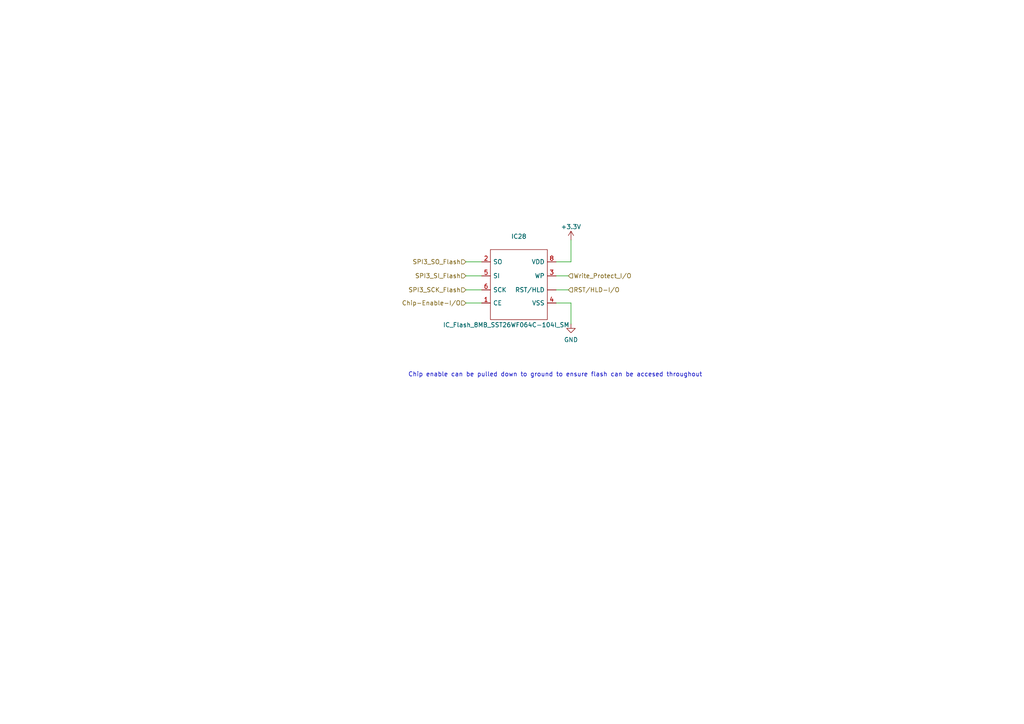
<source format=kicad_sch>
(kicad_sch (version 20230121) (generator eeschema)
  (paper "A4")
  (lib_symbols
    (symbol "Fermion_1:Flash_8MB_SST26WF064C-104I_SM" (pin_names (offset 0.762))
      (property "Reference" "IC" (at 12.954 4.318 0))
      (property "Value" "Flash_8MB_SST26WF064C-104I_SM" (at 7.874 -18.542 0))
      (symbol "Flash_8MB_SST26WF064C-104I_SM_0_1"
        (rectangle (start 13.208 3.556) (end 29.718 -16.764))
      )
      (symbol "Flash_8MB_SST26WF064C-104I_SM_1_1"
        (pin input line (at 32.258 -8.128 180) (length 2.54) (name "RST/HLD") (number ""))
        (pin input line (at 10.668 -11.938 0) (length 2.54) (name "CE") (number "1"))
        (pin input line (at 10.668 0 0) (length 2.54) (name "SO") (number "2"))
        (pin input line (at 32.258 -4.064 180) (length 2.54) (name "WP") (number "3"))
        (pin input line (at 32.258 -11.938 180) (length 2.54) (name "VSS") (number "4"))
        (pin input line (at 10.668 -4.064 0) (length 2.54) (name "SI") (number "5"))
        (pin input line (at 10.668 -8.128 0) (length 2.54) (name "SCK") (number "6"))
        (pin input line (at 32.258 0 180) (length 2.54) (name "VDD") (number "8"))
      )
    )
    (symbol "power:+3.3V" (power) (pin_names (offset 0))
      (property "Value" "+3.3V" (at 0 3.556 0))
      (symbol "+3.3V_0_1"
        (polyline (pts (xy -0.762 1.27) (xy 0 2.54)))
        (polyline (pts (xy 0 0) (xy 0 2.54)))
        (polyline (pts (xy 0 2.54) (xy 0.762 1.27)))
      )
      (symbol "+3.3V_1_1"
        (pin power_in line (at 0 0 90) (length 0) hide (name "+3.3V") (number "1"))
      )
    )
    (symbol "power:GND" (power) (pin_names (offset 0))
      (property "Value" "GND" (at 0 -3.81 0))
      (symbol "GND_0_1"
        (polyline (pts (xy 0 0) (xy 0 -1.27) (xy 1.27 -1.27) (xy 0 -2.54) (xy -1.27 -1.27) (xy 0 -1.27)))
      )
      (symbol "GND_1_1"
        (pin power_in line (at 0 0 270) (length 0) hide (name "GND") (number "1"))
      )
    )
  )
  (wire (pts (xy 161.29 84.074) (xy 164.846 84.074)))
  (wire (pts (xy 161.29 87.884) (xy 165.608 87.884)))
  (wire (pts (xy 135.128 75.946) (xy 139.7 75.946)))
  (wire (pts (xy 135.128 80.01) (xy 139.7 80.01)))
  (wire (pts (xy 165.608 75.946) (xy 161.29 75.946)))
  (wire (pts (xy 135.128 84.074) (xy 139.7 84.074)))
  (wire (pts (xy 135.128 87.884) (xy 139.7 87.884)))
  (wire (pts (xy 161.29 80.01) (xy 164.846 80.01)))
  (wire (pts (xy 165.608 69.596) (xy 165.608 75.946)))
  (wire (pts (xy 165.608 87.884) (xy 165.608 93.98)))
  (text "Chip enable can be pulled down to ground to ensure flash can be accesed throughout\n" (at 118.364 109.474 0) (effects (font (size 1.27 1.27)) (justify left bottom)))
  (hierarchical_label "SPI3_SCK_Flash" (shape input) (at 135.128 84.074 180))
  (hierarchical_label "Chip-Enable-I{slash}O" (shape input) (at 135.128 87.884 180))
  (hierarchical_label "RST{slash}HLD-I{slash}O" (shape input) (at 164.846 84.074 0))
  (hierarchical_label "SPI3_SI_Flash" (shape input) (at 135.128 80.01 180))
  (hierarchical_label "SPI3_SO_Flash" (shape input) (at 135.128 75.946 180))
  (hierarchical_label "Write_Protect_I{slash}O" (shape input) (at 164.846 80.01 0))
  (symbol (lib_id "power:GND") (at 165.608 93.98 0) (unit 1)
    (property "Reference" "#PWR019" (effects hide))
    (property "Value" "GND" (at 165.608 98.552 0))
  )
  (symbol (lib_id "power:+3.3V") (at 165.608 69.596 0) (unit 1)
    (property "Reference" "#PWR029" (effects hide))
    (property "Value" "+1.8V" (at 165.608 65.786 0))
    (instances (project "EMG_2" (path "" (reference "#PWR029") (unit 1)) (path "" (reference "#PWR030") (unit 1))))
  )
  (symbol (lib_id "Fermion_1:Flash_8MB_SST26WF064C-104I_SM") (at 129.032 75.946 0) (unit 1)
    (property "Reference" "IC28" (at 150.495 68.58 0))
    (property "Value" "IC_Flash_8MB_SST26WF064C-104I_SM" (at 146.812 94.234 0))
    (property "Footprint" "Fermion_1:Flash_SOIC127P794X203-8N" (effects hide))
    (property "Datasheet" "http://www.microchip.com/mymicrochip/filehandler.aspx?ddocname=en586287" (effects hide))
    (property "Description" "NOR Flash 64Mbit 1.8V SQI flash" (effects hide))
    (property "Height" "2.03" (effects hide))
    (property "Mouser Part Number" "579-ST26WF064C104ISM" (effects hide))
    (property "Mouser Price/Stock" "https://www.mouser.co.uk/ProductDetail/Microchip-Technology/SST26WF064C-104I-SM?qs=BZBei1rCqCAbtKVKr7%2FG9Q%3D%3D" (effects hide))
    (property "Manufacturer_Name" "Microchip" (effects hide))
    (property "Manufacturer_Part_Number" "SST26WF064C-104I/SM" (effects hide))
  )
)
</source>
